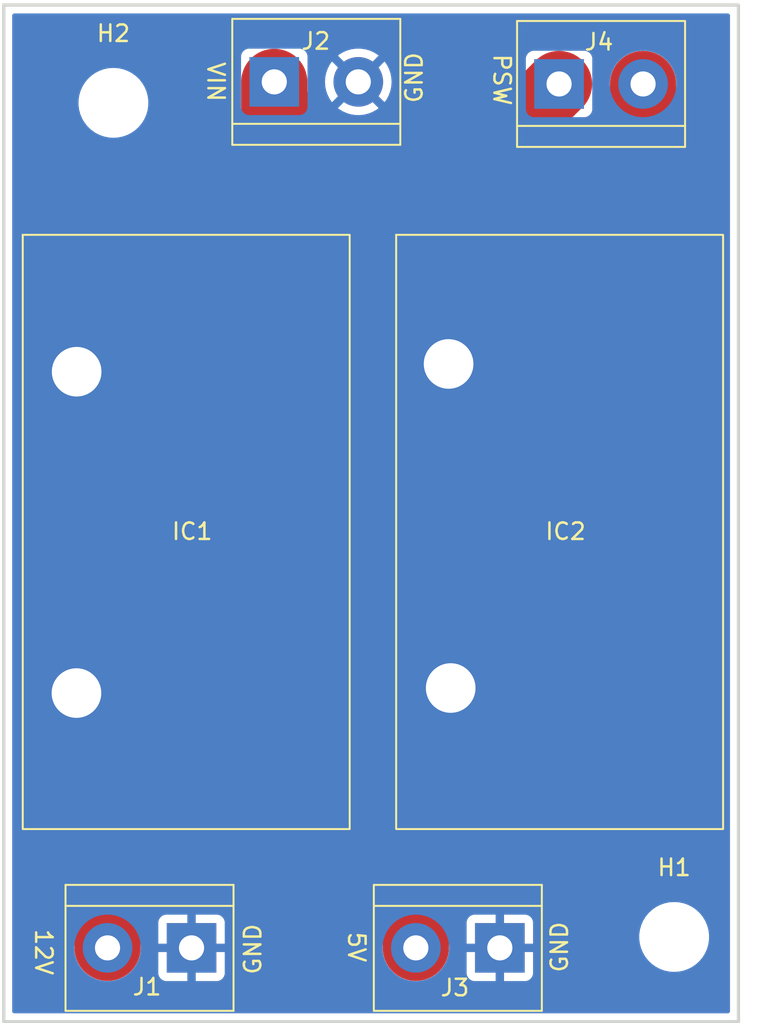
<source format=kicad_pcb>
(kicad_pcb (version 20211014) (generator pcbnew)
  (layers (0 "F.Cu" signal) (31 "B.Cu" signal) (34 "B.Paste" user) (35 "F.Paste" user) (36 "B.SilkS" user "B.Silkscreen") (37 "F.SilkS" user "F.Silkscreen") (38 "B.Mask" user) (39 "F.Mask" user) (44 "Edge.Cuts" user))
  (net 0 "")
  (net 1 "/GND")
  (net 2 "/12V")
  (net 3 "/VIN")
  (net 4 "/5V")
  (net 5 "/PSW")
  (footprint "MountingHole:MountingHole_3.2mm_M3" (layer "F.Cu") (at 105.3338 75.7174)
    (fp_text reference "H2" (at 0 -4.2) (layer "F.SilkS"))
    (fp_text value "MountingHole")
    (pad "" np_thru_hole circle (at 0 0) (size 3.2 3.2) (drill 3.2) (layers *.Cu *.Mask))
  )
  (footprint "MountingHole:MountingHole_3.2mm_M3" (layer "F.Cu") (at 139.2428 126.1872)
    (fp_text reference "H1" (at 0 -4.2) (layer "F.SilkS"))
    (fp_text value "MountingHole")
    (pad "" np_thru_hole circle (at 0 0) (size 3.2 3.2) (drill 3.2) (layers *.Cu *.Mask))
  )
  (footprint "TerminalBlock:TerminalBlock_bornier-2_P5.08mm" (layer "F.Cu") (at 128.7018 126.8476 180)
    (fp_text reference "J3" (at 2.7178 -2.413) (layer "F.SilkS"))
    (fp_text value "Screw_Terminal_01x02")
    (fp_line (start 7.62 3.81) (end 7.62 -3.81) (layer "F.SilkS") (width 0.12))
    (fp_line (start 7.62 -3.81) (end -2.54 -3.81) (layer "F.SilkS") (width 0.12))
    (fp_line (start -2.54 3.81) (end 7.62 3.81) (layer "F.SilkS") (width 0.12))
    (fp_line (start 7.62 2.54) (end -2.54 2.54) (layer "F.SilkS") (width 0.12))
    (fp_line (start -2.54 -3.81) (end -2.54 3.81) (layer "F.SilkS") (width 0.12))
    (pad "1" thru_hole rect (at 0 0 180) (size 3 3) (drill 1.52) (layers *.Cu *.Mask) (net 1 "/GND"))
    (pad "2" thru_hole circle (at 5.08 0 180) (size 3 3) (drill 1.52) (layers *.Cu *.Mask) (net 4 "/5V"))
  )
  (footprint "Library:Mini560" (layer "F.Cu") (at 123.1519 86.6394)
    (fp_text reference "IC2" (at 9.525 15.01 unlocked) (layer "F.SilkS"))
    (fp_text value "5V")
    (fp_rect (start -0.72 -2.935) (end 19.05 33.02) (layer "F.SilkS") (width 0.12) (fill none))
    (pad "1" smd roundrect (at 2.54 29.845) (size 5 5) (layers "F.Cu" "F.Paste" "F.Mask") (net 1 "/GND"))
    (pad "2" smd roundrect (at 15.875 29.845) (size 5 5) (layers "F.Cu" "F.Paste" "F.Mask") (net 4 "/5V"))
    (pad "3" smd roundrect (at 15.875 0) (size 5 5) (layers "F.Cu" "F.Paste" "F.Mask") (net 5 "/PSW"))
    (pad "4" smd roundrect (at 2.54 0) (size 5 5) (layers "F.Cu" "F.Paste" "F.Mask") (net 1 "/GND"))
  )
  (footprint "TerminalBlock:TerminalBlock_bornier-2_P5.08mm" (layer "F.Cu") (at 132.2832 74.5744)
    (fp_text reference "J4" (at 2.413 -2.54) (layer "F.SilkS"))
    (fp_text value "Screw_Terminal_01x02")
    (fp_line (start 7.62 3.81) (end 7.62 -3.81) (layer "F.SilkS") (width 0.12))
    (fp_line (start 7.62 -3.81) (end -2.54 -3.81) (layer "F.SilkS") (width 0.12))
    (fp_line (start 7.62 2.54) (end -2.54 2.54) (layer "F.SilkS") (width 0.12))
    (fp_line (start -2.54 -3.81) (end -2.54 3.81) (layer "F.SilkS") (width 0.12))
    (fp_line (start -2.54 3.81) (end 7.62 3.81) (layer "F.SilkS") (width 0.12))
    (pad "1" thru_hole rect (at 0 0) (size 3 3) (drill 1.52) (layers *.Cu *.Mask) (net 3 "/VIN"))
    (pad "2" thru_hole circle (at 5.08 0) (size 3 3) (drill 1.52) (layers *.Cu *.Mask) (net 5 "/PSW"))
  )
  (footprint "Library:Mini560" (layer "F.Cu") (at 100.5713 86.6394)
    (fp_text reference "IC1" (at 9.525 15.01 unlocked) (layer "F.SilkS"))
    (fp_text value "12V")
    (fp_rect (start -0.72 -2.935) (end 19.05 33.02) (layer "F.SilkS") (width 0.12) (fill none))
    (pad "1" smd roundrect (at 2.54 29.845) (size 5 5) (layers "F.Cu" "F.Paste" "F.Mask") (net 1 "/GND"))
    (pad "2" smd roundrect (at 15.875 29.845) (size 5 5) (layers "F.Cu" "F.Paste" "F.Mask") (net 2 "/12V"))
    (pad "3" smd roundrect (at 15.875 0) (size 5 5) (layers "F.Cu" "F.Paste" "F.Mask") (net 5 "/PSW"))
    (pad "4" smd roundrect (at 2.54 0) (size 5 5) (layers "F.Cu" "F.Paste" "F.Mask") (net 1 "/GND"))
  )
  (footprint "TerminalBlock:TerminalBlock_bornier-2_P5.08mm" (layer "F.Cu") (at 115.062 74.4474)
    (fp_text reference "J2" (at 2.5146 -2.4638) (layer "F.SilkS"))
    (fp_text value "Screw_Terminal_01x02")
    (fp_line (start -2.54 -3.81) (end -2.54 3.81) (layer "F.SilkS") (width 0.12))
    (fp_line (start 7.62 2.54) (end -2.54 2.54) (layer "F.SilkS") (width 0.12))
    (fp_line (start -2.54 3.81) (end 7.62 3.81) (layer "F.SilkS") (width 0.12))
    (fp_line (start 7.62 -3.81) (end -2.54 -3.81) (layer "F.SilkS") (width 0.12))
    (fp_line (start 7.62 3.81) (end 7.62 -3.81) (layer "F.SilkS") (width 0.12))
    (pad "1" thru_hole rect (at 0 0) (size 3 3) (drill 1.52) (layers *.Cu *.Mask) (net 3 "/VIN"))
    (pad "2" thru_hole circle (at 5.08 0) (size 3 3) (drill 1.52) (layers *.Cu *.Mask) (net 1 "/GND"))
  )
  (footprint "TerminalBlock:TerminalBlock_bornier-2_P5.08mm" (layer "F.Cu") (at 110.0582 126.8476 180)
    (fp_text reference "J1" (at 2.6924 -2.3622) (layer "F.SilkS"))
    (fp_text value "Screw_Terminal_01x02")
    (fp_line (start 7.62 3.81) (end 7.62 -3.81) (layer "F.SilkS") (width 0.12))
    (fp_line (start 7.62 -3.81) (end -2.54 -3.81) (layer "F.SilkS") (width 0.12))
    (fp_line (start -2.54 3.81) (end 7.62 3.81) (layer "F.SilkS") (width 0.12))
    (fp_line (start 7.62 2.54) (end -2.54 2.54) (layer "F.SilkS") (width 0.12))
    (fp_line (start -2.54 -3.81) (end -2.54 3.81) (layer "F.SilkS") (width 0.12))
    (pad "1" thru_hole rect (at 0 0 180) (size 3 3) (drill 1.52) (layers *.Cu *.Mask) (net 1 "/GND"))
    (pad "2" thru_hole circle (at 5.08 0 180) (size 3 3) (drill 1.52) (layers *.Cu *.Mask) (net 2 "/12V"))
  )
  (gr_rect (start 143.129 131.318) (end 98.7044 69.7992) (layer "Edge.Cuts") (width 0.2) (fill none))
  (gr_text "12V" (at 101.1174 127.1016 270) (layer "F.SilkS") (effects (font (size 1 1))))
  (gr_text "GND" (at 123.5202 74.1934 90) (layer "F.SilkS") (effects (font (size 1 1))))
  (gr_text "VIN" (at 111.5314 74.4474 270) (layer "F.SilkS") (effects (font (size 1 1))))
  (gr_text "GND" (at 132.3086 126.7968 90) (layer "F.SilkS") (effects (font (size 1 1))))
  (gr_text "GND" (at 113.7666 126.9238 90) (layer "F.SilkS") (effects (font (size 1 1))))
  (gr_text "5V" (at 120.0404 126.7968 270) (layer "F.SilkS") (effects (font (size 1 1))))
  (gr_text "PSW" (at 128.8288 74.3204 270) (layer "F.SilkS") (effects (font (size 1 1))))
  (segment (start 125.6919 111.1631) (end 125.73 111.125) (width 4) (layer "F.Cu") (net 1))
  (segment (start 125.6919 91.4273) (end 125.603 91.5162) (width 4) (layer "F.Cu") (net 1))
  (segment (start 125.6919 86.6394) (end 125.6919 91.4273) (width 4) (layer "F.Cu") (net 1))
  (segment (start 103.1113 116.4844) (end 103.1113 111.4425) (width 4) (layer "F.Cu") (net 1))
  (segment (start 125.6919 116.4844) (end 125.6919 111.1631) (width 4) (layer "F.Cu") (net 1))
  (segment (start 103.1113 111.4425) (end 103.0986 111.4298) (width 4) (layer "F.Cu") (net 1))
  (segment (start 103.1113 86.6394) (end 103.1113 91.9861) (width 4) (layer "F.Cu") (net 1))
  (via (at 103.0986 111.4298) (size 4) (drill 3) (layers "F.Cu" "B.Cu") (net 1))
  (via (at 125.603 91.5162) (size 4) (drill 3) (layers "F.Cu" "B.Cu") (net 1))
  (via (at 125.73 111.125) (size 4) (drill 3) (layers "F.Cu" "B.Cu") (net 1))
  (via (at 103.1113 91.9861) (size 4) (drill 3) (layers "F.Cu" "B.Cu") (net 1))
  (segment (start 112.5728 116.4844) (end 104.9782 124.079) (width 4) (layer "F.Cu") (net 2))
  (segment (start 116.7638 116.4844) (end 112.5728 116.4844) (width 4) (layer "F.Cu") (net 2))
  (segment (start 104.9782 124.079) (end 104.9782 126.8476) (width 4) (layer "F.Cu") (net 2))
  (segment (start 115.062 74.4474) (end 115.062 75.8698) (width 4) (layer "F.Cu") (net 3))
  (segment (start 128.0668 78.7908) (end 132.2832 74.5744) (width 4) (layer "F.Cu") (net 3))
  (segment (start 117.983 78.7908) (end 128.0668 78.7908) (width 4) (layer "F.Cu") (net 3))
  (segment (start 115.062 75.8698) (end 117.983 78.7908) (width 4) (layer "F.Cu") (net 3))
  (segment (start 133.0996 122.1486) (end 126.1618 122.1486) (width 4) (layer "F.Cu") (net 4))
  (segment (start 138.7638 116.4844) (end 133.0996 122.1486) (width 4) (layer "F.Cu") (net 4))
  (segment (start 123.6218 124.6886) (end 123.6218 126.8476) (width 4) (layer "F.Cu") (net 4))
  (segment (start 126.1618 122.1486) (end 123.6218 124.6886) (width 4) (layer "F.Cu") (net 4))
  (segment (start 138.7638 86.6394) (end 128.934 96.4692) (width 4) (layer "F.Cu") (net 5))
  (segment (start 116.7638 89.408) (end 116.7638 86.6394) (width 4) (layer "F.Cu") (net 5))
  (segment (start 128.934 96.4692) (end 123.825 96.4692) (width 4) (layer "F.Cu") (net 5))
  (segment (start 137.3632 74.5744) (end 137.3632 84.9757) (width 4) (layer "F.Cu") (net 5))
  (segment (start 137.3632 84.9757) (end 139.0269 86.6394) (width 4) (layer "F.Cu") (net 5))
  (segment (start 139.0269 86.6394) (end 138.7638 86.6394) (width 4) (layer "F.Cu") (net 5))
  (segment (start 123.825 96.4692) (end 116.7638 89.408) (width 4) (layer "F.Cu") (net 5))
  (zone (net 1) (net_name "/GND") (layer "B.Cu") (connect_pads (clearance 0.508)) (min_thickness 0.254) (fill yes (thermal_gap 0.508) (thermal_bridge_width 0.508))
    (polygon (pts (xy 143.9164 131.3942) (xy 98.4758 131.3942) (xy 98.4758 69.4944) (xy 143.9164 69.4944)))
  )
)
</source>
